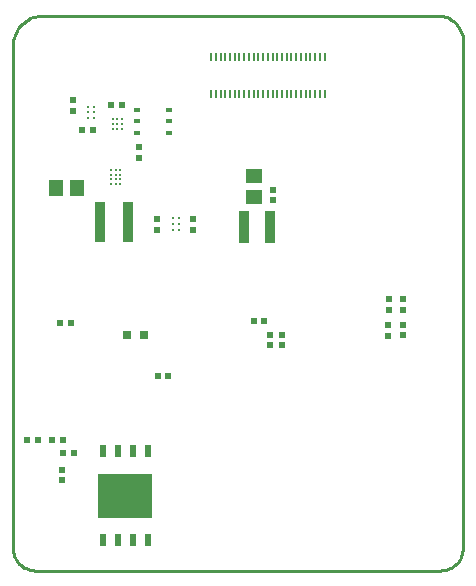
<source format=gbr>
G04 EAGLE Gerber RS-274X export*
G75*
%MOMM*%
%FSLAX34Y34*%
%LPD*%
%INSolderpaste Bottom*%
%IPPOS*%
%AMOC8*
5,1,8,0,0,1.08239X$1,22.5*%
G01*
%ADD10R,1.450000X1.150000*%
%ADD11R,0.620000X0.620000*%
%ADD12R,1.150000X1.450000*%
%ADD13R,0.195575X0.685800*%
%ADD14R,0.965200X3.403600*%
%ADD15R,0.500000X0.500000*%
%ADD16R,0.800000X0.800000*%
%ADD17C,0.243841*%
%ADD18C,0.240031*%
%ADD19C,0.254000*%
%ADD20R,0.812800X2.667000*%
%ADD21R,0.600000X0.450000*%
%ADD22R,0.550000X1.000000*%
%ADD23R,4.572000X3.810000*%


D10*
X204216Y315866D03*
X204216Y333866D03*
D11*
X217932Y199572D03*
X217932Y190572D03*
X318262Y220544D03*
X318262Y229544D03*
X41656Y76272D03*
X41656Y85272D03*
X220218Y313508D03*
X220218Y322508D03*
X83130Y394462D03*
X92130Y394462D03*
X67746Y372872D03*
X58746Y372872D03*
X122428Y288362D03*
X122428Y297362D03*
X152400Y288362D03*
X152400Y297362D03*
X330200Y220544D03*
X330200Y229544D03*
X330200Y208208D03*
X330200Y199208D03*
X227838Y199572D03*
X227838Y190572D03*
X318008Y207954D03*
X318008Y198954D03*
X212780Y211074D03*
X203780Y211074D03*
X106426Y349322D03*
X106426Y358322D03*
D12*
X54720Y323596D03*
X36720Y323596D03*
D13*
X207881Y434467D03*
X203881Y434467D03*
X199881Y434467D03*
X195881Y434467D03*
X191881Y434467D03*
X187881Y434467D03*
X183881Y434467D03*
X179881Y434467D03*
X175881Y434467D03*
X171881Y434467D03*
X167881Y434467D03*
X251881Y434467D03*
X247881Y434467D03*
X243881Y434467D03*
X239881Y434467D03*
X235881Y434467D03*
X231881Y434467D03*
X227881Y434467D03*
X223881Y434467D03*
X219881Y434467D03*
X215881Y434467D03*
X211881Y434467D03*
X207881Y403733D03*
X203881Y403733D03*
X199881Y403733D03*
X195881Y403733D03*
X191881Y403733D03*
X187881Y403733D03*
X183881Y403733D03*
X179881Y403733D03*
X175881Y403733D03*
X171881Y403733D03*
X167881Y403733D03*
X251881Y403733D03*
X247881Y403733D03*
X243881Y403733D03*
X239881Y403733D03*
X235881Y403733D03*
X231881Y403733D03*
X227881Y403733D03*
X223881Y403733D03*
X219881Y403733D03*
X215881Y403733D03*
X211881Y403733D03*
X263881Y434467D03*
X259881Y434467D03*
X255881Y434467D03*
X263881Y403733D03*
X259881Y403733D03*
X255881Y403733D03*
D14*
X97409Y295148D03*
X73787Y295148D03*
D15*
X42744Y99314D03*
X51744Y99314D03*
X21010Y110490D03*
X12010Y110490D03*
X49204Y209296D03*
X40204Y209296D03*
X42092Y110236D03*
X33092Y110236D03*
D16*
X96386Y199136D03*
X111386Y199136D03*
D17*
X91122Y327248D03*
X91122Y331248D03*
X91122Y335248D03*
X91122Y339248D03*
X87122Y327248D03*
X87122Y331248D03*
X87122Y335248D03*
X87122Y339248D03*
X83122Y327248D03*
X83122Y331248D03*
X83122Y335248D03*
X83122Y339248D03*
D18*
X84392Y382206D03*
X84392Y378206D03*
X84392Y374206D03*
X88392Y382206D03*
X88392Y378206D03*
X88392Y374206D03*
X92392Y382206D03*
X92392Y378206D03*
X92392Y374206D03*
D19*
X140676Y288624D03*
X135676Y288624D03*
X140676Y293624D03*
X135676Y293624D03*
X140676Y298624D03*
X135676Y298624D03*
D20*
X195502Y290576D03*
X217502Y290576D03*
D21*
X104864Y370738D03*
X104864Y380238D03*
X104864Y389738D03*
X131864Y389738D03*
X131864Y380238D03*
X131864Y370738D03*
D22*
X76200Y100960D03*
X88900Y100960D03*
X101600Y100960D03*
X114300Y100960D03*
X114300Y26040D03*
X101600Y26040D03*
X88900Y26040D03*
X76200Y26040D03*
D23*
X95250Y63500D03*
D11*
X122500Y165100D03*
X131500Y165100D03*
D19*
X64048Y392858D03*
X69048Y392858D03*
X64048Y387858D03*
X69048Y387858D03*
X64048Y382858D03*
X69048Y382858D03*
D11*
X50800Y389200D03*
X50800Y398200D03*
D19*
X0Y19050D02*
X73Y17390D01*
X289Y15742D01*
X649Y14120D01*
X1149Y12535D01*
X1785Y10999D01*
X2552Y9525D01*
X3445Y8123D01*
X4457Y6805D01*
X5580Y5580D01*
X6805Y4457D01*
X8123Y3445D01*
X9525Y2552D01*
X10999Y1785D01*
X12535Y1149D01*
X14120Y649D01*
X15742Y289D01*
X17390Y73D01*
X19050Y0D01*
X361950Y0D01*
X363610Y73D01*
X365258Y289D01*
X366881Y649D01*
X368465Y1149D01*
X370001Y1785D01*
X371475Y2552D01*
X372877Y3445D01*
X374195Y4457D01*
X375420Y5580D01*
X376543Y6805D01*
X377555Y8123D01*
X378448Y9525D01*
X379215Y10999D01*
X379851Y12535D01*
X380351Y14120D01*
X380711Y15742D01*
X380928Y17390D01*
X381000Y19050D01*
X381000Y444500D01*
X381192Y446449D01*
X381214Y448408D01*
X381064Y450360D01*
X380746Y452293D01*
X380260Y454190D01*
X379610Y456038D01*
X378802Y457822D01*
X377841Y459529D01*
X376736Y461145D01*
X375493Y462660D01*
X374124Y464060D01*
X372637Y465335D01*
X371045Y466476D01*
X369360Y467474D01*
X367594Y468321D01*
X365761Y469011D01*
X363875Y469539D01*
X361950Y469900D01*
X25400Y469900D01*
X23186Y469803D01*
X20989Y469514D01*
X18826Y469035D01*
X16713Y468368D01*
X14666Y467520D01*
X12700Y466497D01*
X10831Y465306D01*
X9073Y463958D01*
X7440Y462461D01*
X5942Y460827D01*
X4594Y459069D01*
X3403Y457200D01*
X2380Y455235D01*
X1532Y453187D01*
X865Y451074D01*
X386Y448911D01*
X97Y446714D01*
X0Y444500D01*
X0Y19050D01*
M02*

</source>
